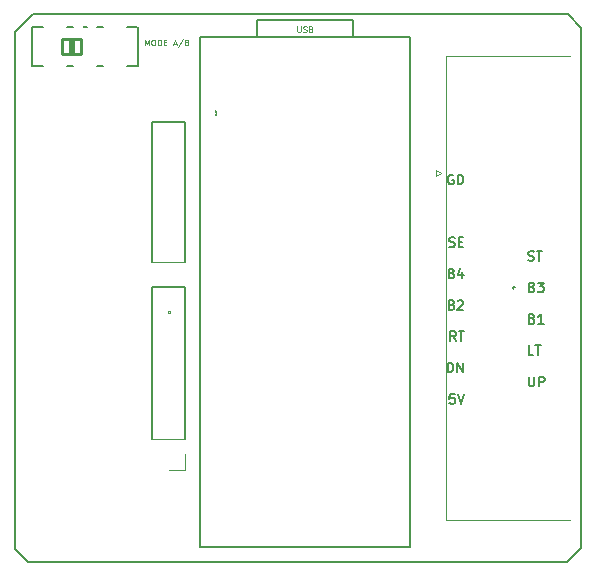
<source format=gto>
%TF.GenerationSoftware,KiCad,Pcbnew,7.0.2*%
%TF.CreationDate,2025-03-23T10:17:30-04:00*%
%TF.ProjectId,ControllerToJamma,436f6e74-726f-46c6-9c65-72546f4a616d,rev?*%
%TF.SameCoordinates,Original*%
%TF.FileFunction,Legend,Top*%
%TF.FilePolarity,Positive*%
%FSLAX46Y46*%
G04 Gerber Fmt 4.6, Leading zero omitted, Abs format (unit mm)*
G04 Created by KiCad (PCBNEW 7.0.2) date 2025-03-23 10:17:30*
%MOMM*%
%LPD*%
G01*
G04 APERTURE LIST*
%ADD10C,0.100000*%
%ADD11C,0.150000*%
%ADD12C,0.031750*%
%ADD13C,0.075000*%
%ADD14C,0.127000*%
%ADD15C,0.120000*%
%ADD16C,0.254000*%
%TA.AperFunction,Profile*%
%ADD17C,0.150000*%
%TD*%
G04 APERTURE END LIST*
D10*
X137178571Y-82631309D02*
X137178571Y-82131309D01*
X137178571Y-82131309D02*
X137345238Y-82488452D01*
X137345238Y-82488452D02*
X137511904Y-82131309D01*
X137511904Y-82131309D02*
X137511904Y-82631309D01*
X137845238Y-82131309D02*
X137940476Y-82131309D01*
X137940476Y-82131309D02*
X137988095Y-82155119D01*
X137988095Y-82155119D02*
X138035714Y-82202738D01*
X138035714Y-82202738D02*
X138059524Y-82297976D01*
X138059524Y-82297976D02*
X138059524Y-82464642D01*
X138059524Y-82464642D02*
X138035714Y-82559880D01*
X138035714Y-82559880D02*
X137988095Y-82607500D01*
X137988095Y-82607500D02*
X137940476Y-82631309D01*
X137940476Y-82631309D02*
X137845238Y-82631309D01*
X137845238Y-82631309D02*
X137797619Y-82607500D01*
X137797619Y-82607500D02*
X137750000Y-82559880D01*
X137750000Y-82559880D02*
X137726191Y-82464642D01*
X137726191Y-82464642D02*
X137726191Y-82297976D01*
X137726191Y-82297976D02*
X137750000Y-82202738D01*
X137750000Y-82202738D02*
X137797619Y-82155119D01*
X137797619Y-82155119D02*
X137845238Y-82131309D01*
X138273810Y-82631309D02*
X138273810Y-82131309D01*
X138273810Y-82131309D02*
X138392858Y-82131309D01*
X138392858Y-82131309D02*
X138464286Y-82155119D01*
X138464286Y-82155119D02*
X138511905Y-82202738D01*
X138511905Y-82202738D02*
X138535715Y-82250357D01*
X138535715Y-82250357D02*
X138559524Y-82345595D01*
X138559524Y-82345595D02*
X138559524Y-82417023D01*
X138559524Y-82417023D02*
X138535715Y-82512261D01*
X138535715Y-82512261D02*
X138511905Y-82559880D01*
X138511905Y-82559880D02*
X138464286Y-82607500D01*
X138464286Y-82607500D02*
X138392858Y-82631309D01*
X138392858Y-82631309D02*
X138273810Y-82631309D01*
X138773810Y-82369404D02*
X138940477Y-82369404D01*
X139011905Y-82631309D02*
X138773810Y-82631309D01*
X138773810Y-82631309D02*
X138773810Y-82131309D01*
X138773810Y-82131309D02*
X139011905Y-82131309D01*
X139583334Y-82488452D02*
X139821429Y-82488452D01*
X139535715Y-82631309D02*
X139702381Y-82131309D01*
X139702381Y-82131309D02*
X139869048Y-82631309D01*
X140392857Y-82107500D02*
X139964286Y-82750357D01*
X140726191Y-82369404D02*
X140797619Y-82393214D01*
X140797619Y-82393214D02*
X140821429Y-82417023D01*
X140821429Y-82417023D02*
X140845238Y-82464642D01*
X140845238Y-82464642D02*
X140845238Y-82536071D01*
X140845238Y-82536071D02*
X140821429Y-82583690D01*
X140821429Y-82583690D02*
X140797619Y-82607500D01*
X140797619Y-82607500D02*
X140750000Y-82631309D01*
X140750000Y-82631309D02*
X140559524Y-82631309D01*
X140559524Y-82631309D02*
X140559524Y-82131309D01*
X140559524Y-82131309D02*
X140726191Y-82131309D01*
X140726191Y-82131309D02*
X140773810Y-82155119D01*
X140773810Y-82155119D02*
X140797619Y-82178928D01*
X140797619Y-82178928D02*
X140821429Y-82226547D01*
X140821429Y-82226547D02*
X140821429Y-82274166D01*
X140821429Y-82274166D02*
X140797619Y-82321785D01*
X140797619Y-82321785D02*
X140773810Y-82345595D01*
X140773810Y-82345595D02*
X140726191Y-82369404D01*
X140726191Y-82369404D02*
X140559524Y-82369404D01*
D11*
X163284761Y-93599596D02*
X163206666Y-93560548D01*
X163206666Y-93560548D02*
X163089523Y-93560548D01*
X163089523Y-93560548D02*
X162972380Y-93599596D01*
X162972380Y-93599596D02*
X162894285Y-93677691D01*
X162894285Y-93677691D02*
X162855238Y-93755786D01*
X162855238Y-93755786D02*
X162816190Y-93911977D01*
X162816190Y-93911977D02*
X162816190Y-94029120D01*
X162816190Y-94029120D02*
X162855238Y-94185310D01*
X162855238Y-94185310D02*
X162894285Y-94263405D01*
X162894285Y-94263405D02*
X162972380Y-94341501D01*
X162972380Y-94341501D02*
X163089523Y-94380548D01*
X163089523Y-94380548D02*
X163167619Y-94380548D01*
X163167619Y-94380548D02*
X163284761Y-94341501D01*
X163284761Y-94341501D02*
X163323809Y-94302453D01*
X163323809Y-94302453D02*
X163323809Y-94029120D01*
X163323809Y-94029120D02*
X163167619Y-94029120D01*
X163675238Y-94380548D02*
X163675238Y-93560548D01*
X163675238Y-93560548D02*
X163870476Y-93560548D01*
X163870476Y-93560548D02*
X163987619Y-93599596D01*
X163987619Y-93599596D02*
X164065714Y-93677691D01*
X164065714Y-93677691D02*
X164104761Y-93755786D01*
X164104761Y-93755786D02*
X164143809Y-93911977D01*
X164143809Y-93911977D02*
X164143809Y-94029120D01*
X164143809Y-94029120D02*
X164104761Y-94185310D01*
X164104761Y-94185310D02*
X164065714Y-94263405D01*
X164065714Y-94263405D02*
X163987619Y-94341501D01*
X163987619Y-94341501D02*
X163870476Y-94380548D01*
X163870476Y-94380548D02*
X163675238Y-94380548D01*
X162933333Y-99655101D02*
X163050476Y-99694148D01*
X163050476Y-99694148D02*
X163245714Y-99694148D01*
X163245714Y-99694148D02*
X163323809Y-99655101D01*
X163323809Y-99655101D02*
X163362857Y-99616053D01*
X163362857Y-99616053D02*
X163401904Y-99537958D01*
X163401904Y-99537958D02*
X163401904Y-99459862D01*
X163401904Y-99459862D02*
X163362857Y-99381767D01*
X163362857Y-99381767D02*
X163323809Y-99342720D01*
X163323809Y-99342720D02*
X163245714Y-99303672D01*
X163245714Y-99303672D02*
X163089523Y-99264624D01*
X163089523Y-99264624D02*
X163011428Y-99225577D01*
X163011428Y-99225577D02*
X162972381Y-99186529D01*
X162972381Y-99186529D02*
X162933333Y-99108434D01*
X162933333Y-99108434D02*
X162933333Y-99030339D01*
X162933333Y-99030339D02*
X162972381Y-98952243D01*
X162972381Y-98952243D02*
X163011428Y-98913196D01*
X163011428Y-98913196D02*
X163089523Y-98874148D01*
X163089523Y-98874148D02*
X163284762Y-98874148D01*
X163284762Y-98874148D02*
X163401904Y-98913196D01*
X163753333Y-99264624D02*
X164026666Y-99264624D01*
X164143809Y-99694148D02*
X163753333Y-99694148D01*
X163753333Y-99694148D02*
X163753333Y-98874148D01*
X163753333Y-98874148D02*
X164143809Y-98874148D01*
X163167619Y-101921424D02*
X163284762Y-101960472D01*
X163284762Y-101960472D02*
X163323809Y-101999520D01*
X163323809Y-101999520D02*
X163362857Y-102077615D01*
X163362857Y-102077615D02*
X163362857Y-102194758D01*
X163362857Y-102194758D02*
X163323809Y-102272853D01*
X163323809Y-102272853D02*
X163284762Y-102311901D01*
X163284762Y-102311901D02*
X163206667Y-102350948D01*
X163206667Y-102350948D02*
X162894286Y-102350948D01*
X162894286Y-102350948D02*
X162894286Y-101530948D01*
X162894286Y-101530948D02*
X163167619Y-101530948D01*
X163167619Y-101530948D02*
X163245714Y-101569996D01*
X163245714Y-101569996D02*
X163284762Y-101609043D01*
X163284762Y-101609043D02*
X163323809Y-101687139D01*
X163323809Y-101687139D02*
X163323809Y-101765234D01*
X163323809Y-101765234D02*
X163284762Y-101843329D01*
X163284762Y-101843329D02*
X163245714Y-101882377D01*
X163245714Y-101882377D02*
X163167619Y-101921424D01*
X163167619Y-101921424D02*
X162894286Y-101921424D01*
X164065714Y-101804281D02*
X164065714Y-102350948D01*
X163870476Y-101491901D02*
X163675238Y-102077615D01*
X163675238Y-102077615D02*
X164182857Y-102077615D01*
X163167619Y-104578224D02*
X163284762Y-104617272D01*
X163284762Y-104617272D02*
X163323809Y-104656320D01*
X163323809Y-104656320D02*
X163362857Y-104734415D01*
X163362857Y-104734415D02*
X163362857Y-104851558D01*
X163362857Y-104851558D02*
X163323809Y-104929653D01*
X163323809Y-104929653D02*
X163284762Y-104968701D01*
X163284762Y-104968701D02*
X163206667Y-105007748D01*
X163206667Y-105007748D02*
X162894286Y-105007748D01*
X162894286Y-105007748D02*
X162894286Y-104187748D01*
X162894286Y-104187748D02*
X163167619Y-104187748D01*
X163167619Y-104187748D02*
X163245714Y-104226796D01*
X163245714Y-104226796D02*
X163284762Y-104265843D01*
X163284762Y-104265843D02*
X163323809Y-104343939D01*
X163323809Y-104343939D02*
X163323809Y-104422034D01*
X163323809Y-104422034D02*
X163284762Y-104500129D01*
X163284762Y-104500129D02*
X163245714Y-104539177D01*
X163245714Y-104539177D02*
X163167619Y-104578224D01*
X163167619Y-104578224D02*
X162894286Y-104578224D01*
X163675238Y-104265843D02*
X163714286Y-104226796D01*
X163714286Y-104226796D02*
X163792381Y-104187748D01*
X163792381Y-104187748D02*
X163987619Y-104187748D01*
X163987619Y-104187748D02*
X164065714Y-104226796D01*
X164065714Y-104226796D02*
X164104762Y-104265843D01*
X164104762Y-104265843D02*
X164143809Y-104343939D01*
X164143809Y-104343939D02*
X164143809Y-104422034D01*
X164143809Y-104422034D02*
X164104762Y-104539177D01*
X164104762Y-104539177D02*
X163636190Y-105007748D01*
X163636190Y-105007748D02*
X164143809Y-105007748D01*
X163519047Y-107664548D02*
X163245714Y-107274072D01*
X163050476Y-107664548D02*
X163050476Y-106844548D01*
X163050476Y-106844548D02*
X163362857Y-106844548D01*
X163362857Y-106844548D02*
X163440952Y-106883596D01*
X163440952Y-106883596D02*
X163479999Y-106922643D01*
X163479999Y-106922643D02*
X163519047Y-107000739D01*
X163519047Y-107000739D02*
X163519047Y-107117881D01*
X163519047Y-107117881D02*
X163479999Y-107195977D01*
X163479999Y-107195977D02*
X163440952Y-107235024D01*
X163440952Y-107235024D02*
X163362857Y-107274072D01*
X163362857Y-107274072D02*
X163050476Y-107274072D01*
X163753333Y-106844548D02*
X164221904Y-106844548D01*
X163987618Y-107664548D02*
X163987618Y-106844548D01*
X162816190Y-110321348D02*
X162816190Y-109501348D01*
X162816190Y-109501348D02*
X163011428Y-109501348D01*
X163011428Y-109501348D02*
X163128571Y-109540396D01*
X163128571Y-109540396D02*
X163206666Y-109618491D01*
X163206666Y-109618491D02*
X163245713Y-109696586D01*
X163245713Y-109696586D02*
X163284761Y-109852777D01*
X163284761Y-109852777D02*
X163284761Y-109969920D01*
X163284761Y-109969920D02*
X163245713Y-110126110D01*
X163245713Y-110126110D02*
X163206666Y-110204205D01*
X163206666Y-110204205D02*
X163128571Y-110282301D01*
X163128571Y-110282301D02*
X163011428Y-110321348D01*
X163011428Y-110321348D02*
X162816190Y-110321348D01*
X163636190Y-110321348D02*
X163636190Y-109501348D01*
X163636190Y-109501348D02*
X164104761Y-110321348D01*
X164104761Y-110321348D02*
X164104761Y-109501348D01*
X163401905Y-112158148D02*
X163011429Y-112158148D01*
X163011429Y-112158148D02*
X162972381Y-112548624D01*
X162972381Y-112548624D02*
X163011429Y-112509577D01*
X163011429Y-112509577D02*
X163089524Y-112470529D01*
X163089524Y-112470529D02*
X163284762Y-112470529D01*
X163284762Y-112470529D02*
X163362857Y-112509577D01*
X163362857Y-112509577D02*
X163401905Y-112548624D01*
X163401905Y-112548624D02*
X163440952Y-112626720D01*
X163440952Y-112626720D02*
X163440952Y-112821958D01*
X163440952Y-112821958D02*
X163401905Y-112900053D01*
X163401905Y-112900053D02*
X163362857Y-112939101D01*
X163362857Y-112939101D02*
X163284762Y-112978148D01*
X163284762Y-112978148D02*
X163089524Y-112978148D01*
X163089524Y-112978148D02*
X163011429Y-112939101D01*
X163011429Y-112939101D02*
X162972381Y-112900053D01*
X163675238Y-112158148D02*
X163948571Y-112978148D01*
X163948571Y-112978148D02*
X164221904Y-112158148D01*
X169656190Y-100826701D02*
X169773333Y-100865748D01*
X169773333Y-100865748D02*
X169968571Y-100865748D01*
X169968571Y-100865748D02*
X170046666Y-100826701D01*
X170046666Y-100826701D02*
X170085714Y-100787653D01*
X170085714Y-100787653D02*
X170124761Y-100709558D01*
X170124761Y-100709558D02*
X170124761Y-100631462D01*
X170124761Y-100631462D02*
X170085714Y-100553367D01*
X170085714Y-100553367D02*
X170046666Y-100514320D01*
X170046666Y-100514320D02*
X169968571Y-100475272D01*
X169968571Y-100475272D02*
X169812380Y-100436224D01*
X169812380Y-100436224D02*
X169734285Y-100397177D01*
X169734285Y-100397177D02*
X169695238Y-100358129D01*
X169695238Y-100358129D02*
X169656190Y-100280034D01*
X169656190Y-100280034D02*
X169656190Y-100201939D01*
X169656190Y-100201939D02*
X169695238Y-100123843D01*
X169695238Y-100123843D02*
X169734285Y-100084796D01*
X169734285Y-100084796D02*
X169812380Y-100045748D01*
X169812380Y-100045748D02*
X170007619Y-100045748D01*
X170007619Y-100045748D02*
X170124761Y-100084796D01*
X170359047Y-100045748D02*
X170827618Y-100045748D01*
X170593332Y-100865748D02*
X170593332Y-100045748D01*
X169968571Y-103093024D02*
X170085714Y-103132072D01*
X170085714Y-103132072D02*
X170124761Y-103171120D01*
X170124761Y-103171120D02*
X170163809Y-103249215D01*
X170163809Y-103249215D02*
X170163809Y-103366358D01*
X170163809Y-103366358D02*
X170124761Y-103444453D01*
X170124761Y-103444453D02*
X170085714Y-103483501D01*
X170085714Y-103483501D02*
X170007619Y-103522548D01*
X170007619Y-103522548D02*
X169695238Y-103522548D01*
X169695238Y-103522548D02*
X169695238Y-102702548D01*
X169695238Y-102702548D02*
X169968571Y-102702548D01*
X169968571Y-102702548D02*
X170046666Y-102741596D01*
X170046666Y-102741596D02*
X170085714Y-102780643D01*
X170085714Y-102780643D02*
X170124761Y-102858739D01*
X170124761Y-102858739D02*
X170124761Y-102936834D01*
X170124761Y-102936834D02*
X170085714Y-103014929D01*
X170085714Y-103014929D02*
X170046666Y-103053977D01*
X170046666Y-103053977D02*
X169968571Y-103093024D01*
X169968571Y-103093024D02*
X169695238Y-103093024D01*
X170437142Y-102702548D02*
X170944761Y-102702548D01*
X170944761Y-102702548D02*
X170671428Y-103014929D01*
X170671428Y-103014929D02*
X170788571Y-103014929D01*
X170788571Y-103014929D02*
X170866666Y-103053977D01*
X170866666Y-103053977D02*
X170905714Y-103093024D01*
X170905714Y-103093024D02*
X170944761Y-103171120D01*
X170944761Y-103171120D02*
X170944761Y-103366358D01*
X170944761Y-103366358D02*
X170905714Y-103444453D01*
X170905714Y-103444453D02*
X170866666Y-103483501D01*
X170866666Y-103483501D02*
X170788571Y-103522548D01*
X170788571Y-103522548D02*
X170554285Y-103522548D01*
X170554285Y-103522548D02*
X170476190Y-103483501D01*
X170476190Y-103483501D02*
X170437142Y-103444453D01*
X169968571Y-105749824D02*
X170085714Y-105788872D01*
X170085714Y-105788872D02*
X170124761Y-105827920D01*
X170124761Y-105827920D02*
X170163809Y-105906015D01*
X170163809Y-105906015D02*
X170163809Y-106023158D01*
X170163809Y-106023158D02*
X170124761Y-106101253D01*
X170124761Y-106101253D02*
X170085714Y-106140301D01*
X170085714Y-106140301D02*
X170007619Y-106179348D01*
X170007619Y-106179348D02*
X169695238Y-106179348D01*
X169695238Y-106179348D02*
X169695238Y-105359348D01*
X169695238Y-105359348D02*
X169968571Y-105359348D01*
X169968571Y-105359348D02*
X170046666Y-105398396D01*
X170046666Y-105398396D02*
X170085714Y-105437443D01*
X170085714Y-105437443D02*
X170124761Y-105515539D01*
X170124761Y-105515539D02*
X170124761Y-105593634D01*
X170124761Y-105593634D02*
X170085714Y-105671729D01*
X170085714Y-105671729D02*
X170046666Y-105710777D01*
X170046666Y-105710777D02*
X169968571Y-105749824D01*
X169968571Y-105749824D02*
X169695238Y-105749824D01*
X170944761Y-106179348D02*
X170476190Y-106179348D01*
X170710476Y-106179348D02*
X170710476Y-105359348D01*
X170710476Y-105359348D02*
X170632380Y-105476491D01*
X170632380Y-105476491D02*
X170554285Y-105554586D01*
X170554285Y-105554586D02*
X170476190Y-105593634D01*
X170085714Y-108836148D02*
X169695238Y-108836148D01*
X169695238Y-108836148D02*
X169695238Y-108016148D01*
X170241905Y-108016148D02*
X170710476Y-108016148D01*
X170476190Y-108836148D02*
X170476190Y-108016148D01*
X169695238Y-110672948D02*
X169695238Y-111336758D01*
X169695238Y-111336758D02*
X169734285Y-111414853D01*
X169734285Y-111414853D02*
X169773333Y-111453901D01*
X169773333Y-111453901D02*
X169851428Y-111492948D01*
X169851428Y-111492948D02*
X170007619Y-111492948D01*
X170007619Y-111492948D02*
X170085714Y-111453901D01*
X170085714Y-111453901D02*
X170124761Y-111414853D01*
X170124761Y-111414853D02*
X170163809Y-111336758D01*
X170163809Y-111336758D02*
X170163809Y-110672948D01*
X170554286Y-111492948D02*
X170554286Y-110672948D01*
X170554286Y-110672948D02*
X170866667Y-110672948D01*
X170866667Y-110672948D02*
X170944762Y-110711996D01*
X170944762Y-110711996D02*
X170983809Y-110751043D01*
X170983809Y-110751043D02*
X171022857Y-110829139D01*
X171022857Y-110829139D02*
X171022857Y-110946281D01*
X171022857Y-110946281D02*
X170983809Y-111024377D01*
X170983809Y-111024377D02*
X170944762Y-111063424D01*
X170944762Y-111063424D02*
X170866667Y-111102472D01*
X170866667Y-111102472D02*
X170554286Y-111102472D01*
D12*
X168365666Y-102964752D02*
X168365666Y-103055466D01*
X168365666Y-103055466D02*
X168359619Y-103073609D01*
X168359619Y-103073609D02*
X168347523Y-103085705D01*
X168347523Y-103085705D02*
X168329381Y-103091752D01*
X168329381Y-103091752D02*
X168317285Y-103091752D01*
X168492666Y-103091752D02*
X168420095Y-103091752D01*
X168456381Y-103091752D02*
X168456381Y-102964752D01*
X168456381Y-102964752D02*
X168444285Y-102982895D01*
X168444285Y-102982895D02*
X168432190Y-102994990D01*
X168432190Y-102994990D02*
X168420095Y-103001038D01*
%TO.C,J2*%
X139157666Y-105121752D02*
X139157666Y-105212466D01*
X139157666Y-105212466D02*
X139151619Y-105230609D01*
X139151619Y-105230609D02*
X139139523Y-105242705D01*
X139139523Y-105242705D02*
X139121381Y-105248752D01*
X139121381Y-105248752D02*
X139109285Y-105248752D01*
X139212095Y-105133847D02*
X139218143Y-105127800D01*
X139218143Y-105127800D02*
X139230238Y-105121752D01*
X139230238Y-105121752D02*
X139260476Y-105121752D01*
X139260476Y-105121752D02*
X139272571Y-105127800D01*
X139272571Y-105127800D02*
X139278619Y-105133847D01*
X139278619Y-105133847D02*
X139284666Y-105145943D01*
X139284666Y-105145943D02*
X139284666Y-105158038D01*
X139284666Y-105158038D02*
X139278619Y-105176181D01*
X139278619Y-105176181D02*
X139206047Y-105248752D01*
X139206047Y-105248752D02*
X139284666Y-105248752D01*
%TO.C,J3*%
X168231752Y-103192333D02*
X168322466Y-103192333D01*
X168322466Y-103192333D02*
X168340609Y-103198380D01*
X168340609Y-103198380D02*
X168352705Y-103210476D01*
X168352705Y-103210476D02*
X168358752Y-103228618D01*
X168358752Y-103228618D02*
X168358752Y-103240714D01*
X168231752Y-103143952D02*
X168231752Y-103065333D01*
X168231752Y-103065333D02*
X168280133Y-103107666D01*
X168280133Y-103107666D02*
X168280133Y-103089523D01*
X168280133Y-103089523D02*
X168286181Y-103077428D01*
X168286181Y-103077428D02*
X168292228Y-103071380D01*
X168292228Y-103071380D02*
X168304324Y-103065333D01*
X168304324Y-103065333D02*
X168334562Y-103065333D01*
X168334562Y-103065333D02*
X168346657Y-103071380D01*
X168346657Y-103071380D02*
X168352705Y-103077428D01*
X168352705Y-103077428D02*
X168358752Y-103089523D01*
X168358752Y-103089523D02*
X168358752Y-103125809D01*
X168358752Y-103125809D02*
X168352705Y-103137904D01*
X168352705Y-103137904D02*
X168346657Y-103143952D01*
%TO.C,XA1*%
X143091752Y-88482475D02*
X143091752Y-88403856D01*
X143091752Y-88403856D02*
X143140133Y-88446189D01*
X143140133Y-88446189D02*
X143140133Y-88428046D01*
X143140133Y-88428046D02*
X143146181Y-88415951D01*
X143146181Y-88415951D02*
X143152228Y-88409903D01*
X143152228Y-88409903D02*
X143164324Y-88403856D01*
X143164324Y-88403856D02*
X143194562Y-88403856D01*
X143194562Y-88403856D02*
X143206657Y-88409903D01*
X143206657Y-88409903D02*
X143212705Y-88415951D01*
X143212705Y-88415951D02*
X143218752Y-88428046D01*
X143218752Y-88428046D02*
X143218752Y-88464332D01*
X143218752Y-88464332D02*
X143212705Y-88476427D01*
X143212705Y-88476427D02*
X143206657Y-88482475D01*
X143206657Y-88349427D02*
X143212705Y-88343380D01*
X143212705Y-88343380D02*
X143218752Y-88349427D01*
X143218752Y-88349427D02*
X143212705Y-88355475D01*
X143212705Y-88355475D02*
X143206657Y-88349427D01*
X143206657Y-88349427D02*
X143218752Y-88349427D01*
X143091752Y-88301047D02*
X143091752Y-88222428D01*
X143091752Y-88222428D02*
X143140133Y-88264761D01*
X143140133Y-88264761D02*
X143140133Y-88246618D01*
X143140133Y-88246618D02*
X143146181Y-88234523D01*
X143146181Y-88234523D02*
X143152228Y-88228475D01*
X143152228Y-88228475D02*
X143164324Y-88222428D01*
X143164324Y-88222428D02*
X143194562Y-88222428D01*
X143194562Y-88222428D02*
X143206657Y-88228475D01*
X143206657Y-88228475D02*
X143212705Y-88234523D01*
X143212705Y-88234523D02*
X143218752Y-88246618D01*
X143218752Y-88246618D02*
X143218752Y-88282904D01*
X143218752Y-88282904D02*
X143212705Y-88294999D01*
X143212705Y-88294999D02*
X143206657Y-88301047D01*
X143091752Y-88186142D02*
X143218752Y-88143809D01*
X143218752Y-88143809D02*
X143091752Y-88101476D01*
D13*
X150089047Y-81006309D02*
X150089047Y-81411071D01*
X150089047Y-81411071D02*
X150112857Y-81458690D01*
X150112857Y-81458690D02*
X150136666Y-81482500D01*
X150136666Y-81482500D02*
X150184285Y-81506309D01*
X150184285Y-81506309D02*
X150279523Y-81506309D01*
X150279523Y-81506309D02*
X150327142Y-81482500D01*
X150327142Y-81482500D02*
X150350952Y-81458690D01*
X150350952Y-81458690D02*
X150374761Y-81411071D01*
X150374761Y-81411071D02*
X150374761Y-81006309D01*
X150589048Y-81482500D02*
X150660476Y-81506309D01*
X150660476Y-81506309D02*
X150779524Y-81506309D01*
X150779524Y-81506309D02*
X150827143Y-81482500D01*
X150827143Y-81482500D02*
X150850952Y-81458690D01*
X150850952Y-81458690D02*
X150874762Y-81411071D01*
X150874762Y-81411071D02*
X150874762Y-81363452D01*
X150874762Y-81363452D02*
X150850952Y-81315833D01*
X150850952Y-81315833D02*
X150827143Y-81292023D01*
X150827143Y-81292023D02*
X150779524Y-81268214D01*
X150779524Y-81268214D02*
X150684286Y-81244404D01*
X150684286Y-81244404D02*
X150636667Y-81220595D01*
X150636667Y-81220595D02*
X150612857Y-81196785D01*
X150612857Y-81196785D02*
X150589048Y-81149166D01*
X150589048Y-81149166D02*
X150589048Y-81101547D01*
X150589048Y-81101547D02*
X150612857Y-81053928D01*
X150612857Y-81053928D02*
X150636667Y-81030119D01*
X150636667Y-81030119D02*
X150684286Y-81006309D01*
X150684286Y-81006309D02*
X150803333Y-81006309D01*
X150803333Y-81006309D02*
X150874762Y-81030119D01*
X151255714Y-81244404D02*
X151327142Y-81268214D01*
X151327142Y-81268214D02*
X151350952Y-81292023D01*
X151350952Y-81292023D02*
X151374761Y-81339642D01*
X151374761Y-81339642D02*
X151374761Y-81411071D01*
X151374761Y-81411071D02*
X151350952Y-81458690D01*
X151350952Y-81458690D02*
X151327142Y-81482500D01*
X151327142Y-81482500D02*
X151279523Y-81506309D01*
X151279523Y-81506309D02*
X151089047Y-81506309D01*
X151089047Y-81506309D02*
X151089047Y-81006309D01*
X151089047Y-81006309D02*
X151255714Y-81006309D01*
X151255714Y-81006309D02*
X151303333Y-81030119D01*
X151303333Y-81030119D02*
X151327142Y-81053928D01*
X151327142Y-81053928D02*
X151350952Y-81101547D01*
X151350952Y-81101547D02*
X151350952Y-81149166D01*
X151350952Y-81149166D02*
X151327142Y-81196785D01*
X151327142Y-81196785D02*
X151303333Y-81220595D01*
X151303333Y-81220595D02*
X151255714Y-81244404D01*
X151255714Y-81244404D02*
X151089047Y-81244404D01*
D12*
%TO.C,SW1*%
X131930667Y-81102705D02*
X131948810Y-81108752D01*
X131948810Y-81108752D02*
X131979048Y-81108752D01*
X131979048Y-81108752D02*
X131991143Y-81102705D01*
X131991143Y-81102705D02*
X131997191Y-81096657D01*
X131997191Y-81096657D02*
X132003238Y-81084562D01*
X132003238Y-81084562D02*
X132003238Y-81072466D01*
X132003238Y-81072466D02*
X131997191Y-81060371D01*
X131997191Y-81060371D02*
X131991143Y-81054324D01*
X131991143Y-81054324D02*
X131979048Y-81048276D01*
X131979048Y-81048276D02*
X131954857Y-81042228D01*
X131954857Y-81042228D02*
X131942762Y-81036181D01*
X131942762Y-81036181D02*
X131936715Y-81030133D01*
X131936715Y-81030133D02*
X131930667Y-81018038D01*
X131930667Y-81018038D02*
X131930667Y-81005943D01*
X131930667Y-81005943D02*
X131936715Y-80993847D01*
X131936715Y-80993847D02*
X131942762Y-80987800D01*
X131942762Y-80987800D02*
X131954857Y-80981752D01*
X131954857Y-80981752D02*
X131985096Y-80981752D01*
X131985096Y-80981752D02*
X132003238Y-80987800D01*
X132045571Y-80981752D02*
X132075809Y-81108752D01*
X132075809Y-81108752D02*
X132100000Y-81018038D01*
X132100000Y-81018038D02*
X132124190Y-81108752D01*
X132124190Y-81108752D02*
X132154429Y-80981752D01*
X132269333Y-81108752D02*
X132196762Y-81108752D01*
X132233048Y-81108752D02*
X132233048Y-80981752D01*
X132233048Y-80981752D02*
X132220952Y-80999895D01*
X132220952Y-80999895D02*
X132208857Y-81011990D01*
X132208857Y-81011990D02*
X132196762Y-81018038D01*
D14*
%TO.C,J2*%
X140597000Y-115930000D02*
X140597000Y-103103000D01*
X140597000Y-103103000D02*
X137803000Y-103103000D01*
X140597000Y-100960000D02*
X140597000Y-89133000D01*
X140597000Y-89133000D02*
X137803000Y-89133000D01*
D15*
X140590000Y-118590000D02*
X139200000Y-118590000D01*
X140590000Y-117200000D02*
X140590000Y-118590000D01*
X137810000Y-115930000D02*
X140590000Y-115930000D01*
X137810000Y-100960000D02*
X140590000Y-100960000D01*
D14*
X137803000Y-103103000D02*
X137803000Y-115930000D01*
X137803000Y-89133000D02*
X137803000Y-100960000D01*
D15*
%TO.C,J3*%
X162720000Y-122810000D02*
X162720000Y-83490000D01*
X173200000Y-122810000D02*
X162720000Y-122810000D01*
X161825662Y-93705000D02*
X161825662Y-93205000D01*
X162258675Y-93455000D02*
X161825662Y-93705000D01*
X161825662Y-93205000D02*
X162258675Y-93455000D01*
X162720000Y-83490000D02*
X173200000Y-83490000D01*
D11*
%TO.C,XA1*%
X159610000Y-125090000D02*
X159610000Y-81910000D01*
X159610000Y-125090000D02*
X141830000Y-125090000D01*
X159610000Y-81910000D02*
X141830000Y-81910000D01*
X154784000Y-81910000D02*
X154784000Y-80460000D01*
X154784000Y-80460000D02*
X146656000Y-80460000D01*
X146656000Y-80460000D02*
X146656000Y-81910000D01*
X141830000Y-125090000D02*
X141830000Y-81910000D01*
D14*
%TO.C,SW1*%
X136600000Y-81100000D02*
X136600000Y-84400000D01*
X136545000Y-84401000D02*
X135656000Y-84401000D01*
X136545000Y-81099000D02*
X135656000Y-81099000D01*
X133116000Y-84401000D02*
X133624000Y-84401000D01*
X133116000Y-81099000D02*
X133624000Y-81099000D01*
D16*
X131769800Y-83385000D02*
X131769800Y-82115000D01*
X131769800Y-82115000D02*
X131134800Y-82115000D01*
X131134800Y-83385000D02*
X131769800Y-83385000D01*
X131134800Y-82115000D02*
X131134800Y-83385000D01*
X131134800Y-82115000D02*
X130830000Y-82115000D01*
X130830000Y-83385000D02*
X131134800Y-83385000D01*
X130830000Y-82115000D02*
X130830000Y-83385000D01*
X130830000Y-82115000D02*
X130195000Y-82115000D01*
D14*
X130576000Y-84401000D02*
X131084000Y-84401000D01*
X130576000Y-81099000D02*
X131084000Y-81099000D01*
D16*
X130195000Y-83385000D02*
X130830000Y-83385000D01*
X130195000Y-82115000D02*
X130195000Y-83385000D01*
D14*
X127655000Y-84401000D02*
X128544000Y-84401000D01*
X127655000Y-81099000D02*
X128544000Y-81099000D01*
X127600000Y-84400000D02*
X127600000Y-81100000D01*
%TD*%
D17*
X127370000Y-126395000D02*
X172920000Y-126395000D01*
X126195000Y-125271000D02*
X126195000Y-81531000D01*
X127370000Y-126394000D02*
X127318000Y-126394000D01*
X174132000Y-81148000D02*
X172979000Y-79995000D01*
X127737000Y-79994000D02*
X172977000Y-79994000D01*
X126197000Y-125273000D02*
X127317000Y-126393000D01*
X127734000Y-79995000D02*
X126195000Y-81534000D01*
X172928000Y-126397000D02*
X174128000Y-125197000D01*
X174128000Y-125198000D02*
X174128000Y-81148000D01*
M02*

</source>
